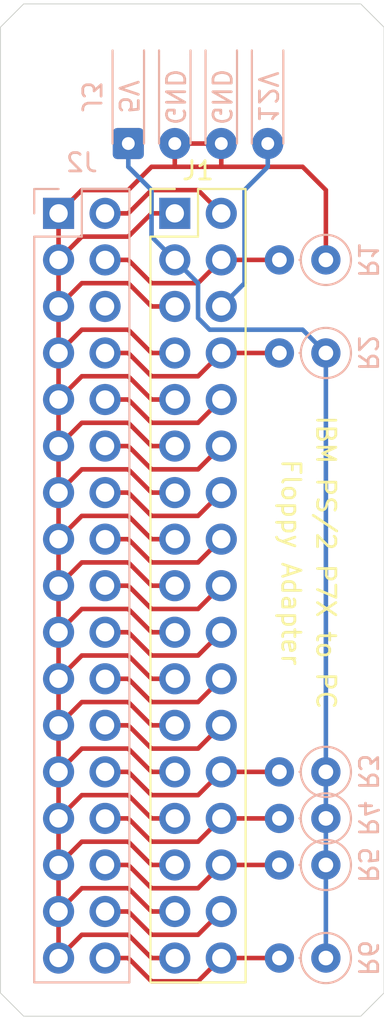
<source format=kicad_pcb>
(kicad_pcb (version 20171130) (host pcbnew 5.1.9)

  (general
    (thickness 1.6)
    (drawings 14)
    (tracks 160)
    (zones 0)
    (modules 9)
    (nets 21)
  )

  (page A4)
  (title_block
    (title "IBM PS/2 P7X to PC Floppy Adapter")
    (date 2021-03-06)
    (rev v02)
    (company "Malte Dehling")
  )

  (layers
    (0 F.Cu signal)
    (31 B.Cu signal)
    (32 B.Adhes user)
    (33 F.Adhes user)
    (34 B.Paste user)
    (35 F.Paste user)
    (36 B.SilkS user)
    (37 F.SilkS user)
    (38 B.Mask user)
    (39 F.Mask user)
    (40 Dwgs.User user)
    (41 Cmts.User user)
    (42 Eco1.User user)
    (43 Eco2.User user)
    (44 Edge.Cuts user)
    (45 Margin user)
    (46 B.CrtYd user)
    (47 F.CrtYd user)
    (48 B.Fab user)
    (49 F.Fab user)
  )

  (setup
    (last_trace_width 0.25)
    (trace_clearance 0.2)
    (zone_clearance 0.508)
    (zone_45_only no)
    (trace_min 0.2)
    (via_size 0.8)
    (via_drill 0.4)
    (via_min_size 0.4)
    (via_min_drill 0.3)
    (uvia_size 0.3)
    (uvia_drill 0.1)
    (uvias_allowed no)
    (uvia_min_size 0.2)
    (uvia_min_drill 0.1)
    (edge_width 0.05)
    (segment_width 0.2)
    (pcb_text_width 0.3)
    (pcb_text_size 1.5 1.5)
    (mod_edge_width 0.12)
    (mod_text_size 1 1)
    (mod_text_width 0.15)
    (pad_size 1.524 1.524)
    (pad_drill 0.762)
    (pad_to_mask_clearance 0)
    (aux_axis_origin 0 0)
    (visible_elements FFFFFF7F)
    (pcbplotparams
      (layerselection 0x010fc_ffffffff)
      (usegerberextensions false)
      (usegerberattributes true)
      (usegerberadvancedattributes true)
      (creategerberjobfile true)
      (excludeedgelayer true)
      (linewidth 0.100000)
      (plotframeref false)
      (viasonmask false)
      (mode 1)
      (useauxorigin false)
      (hpglpennumber 1)
      (hpglpenspeed 20)
      (hpglpendiameter 15.000000)
      (psnegative false)
      (psa4output false)
      (plotreference true)
      (plotvalue true)
      (plotinvisibletext false)
      (padsonsilk false)
      (subtractmaskfromsilk false)
      (outputformat 1)
      (mirror false)
      (drillshape 1)
      (scaleselection 1)
      (outputdirectory ""))
  )

  (net 0 "")
  (net 1 GND)
  (net 2 /HDSEL)
  (net 3 +5V)
  (net 4 /ID1)
  (net 5 +12V)
  (net 6 /INDEX)
  (net 7 /MOTEN_B)
  (net 8 /DSEL_A)
  (net 9 /DSEL_B)
  (net 10 /MOTEN_A)
  (net 11 /DIR)
  (net 12 /STEP)
  (net 13 /WDATA)
  (net 14 /WENABLE)
  (net 15 /TRACK0)
  (net 16 /WPROT)
  (net 17 /RDATA)
  (net 18 /H1SEL)
  (net 19 /DISKCHG)
  (net 20 "Net-(J2-Pad6)")

  (net_class Default "This is the default net class."
    (clearance 0.2)
    (trace_width 0.25)
    (via_dia 0.8)
    (via_drill 0.4)
    (uvia_dia 0.3)
    (uvia_drill 0.1)
    (add_net +12V)
    (add_net +5V)
    (add_net /DIR)
    (add_net /DISKCHG)
    (add_net /DSEL_A)
    (add_net /DSEL_B)
    (add_net /H1SEL)
    (add_net /HDSEL)
    (add_net /ID1)
    (add_net /INDEX)
    (add_net /MOTEN_A)
    (add_net /MOTEN_B)
    (add_net /RDATA)
    (add_net /STEP)
    (add_net /TRACK0)
    (add_net /WDATA)
    (add_net /WENABLE)
    (add_net /WPROT)
    (add_net GND)
    (add_net "Net-(J2-Pad6)")
  )

  (module Connector_PinHeader_2.54mm:PinHeader_2x17_P2.54mm_Vertical (layer F.Cu) (tedit 59FED5CC) (tstamp 6043FAED)
    (at 135.255 84.455)
    (descr "Through hole straight pin header, 2x17, 2.54mm pitch, double rows")
    (tags "Through hole pin header THT 2x17 2.54mm double row")
    (path /602920B2)
    (fp_text reference J1 (at 1.27 -2.33) (layer F.SilkS)
      (effects (font (size 1 1) (thickness 0.15)))
    )
    (fp_text value "P7X Side" (at 1.27 42.97) (layer F.Fab)
      (effects (font (size 1 1) (thickness 0.15)))
    )
    (fp_line (start 0 -1.27) (end 3.81 -1.27) (layer F.Fab) (width 0.1))
    (fp_line (start 3.81 -1.27) (end 3.81 41.91) (layer F.Fab) (width 0.1))
    (fp_line (start 3.81 41.91) (end -1.27 41.91) (layer F.Fab) (width 0.1))
    (fp_line (start -1.27 41.91) (end -1.27 0) (layer F.Fab) (width 0.1))
    (fp_line (start -1.27 0) (end 0 -1.27) (layer F.Fab) (width 0.1))
    (fp_line (start -1.33 41.97) (end 3.87 41.97) (layer F.SilkS) (width 0.12))
    (fp_line (start -1.33 1.27) (end -1.33 41.97) (layer F.SilkS) (width 0.12))
    (fp_line (start 3.87 -1.33) (end 3.87 41.97) (layer F.SilkS) (width 0.12))
    (fp_line (start -1.33 1.27) (end 1.27 1.27) (layer F.SilkS) (width 0.12))
    (fp_line (start 1.27 1.27) (end 1.27 -1.33) (layer F.SilkS) (width 0.12))
    (fp_line (start 1.27 -1.33) (end 3.87 -1.33) (layer F.SilkS) (width 0.12))
    (fp_line (start -1.33 0) (end -1.33 -1.33) (layer F.SilkS) (width 0.12))
    (fp_line (start -1.33 -1.33) (end 0 -1.33) (layer F.SilkS) (width 0.12))
    (fp_line (start -1.8 -1.8) (end -1.8 42.45) (layer F.CrtYd) (width 0.05))
    (fp_line (start -1.8 42.45) (end 4.35 42.45) (layer F.CrtYd) (width 0.05))
    (fp_line (start 4.35 42.45) (end 4.35 -1.8) (layer F.CrtYd) (width 0.05))
    (fp_line (start 4.35 -1.8) (end -1.8 -1.8) (layer F.CrtYd) (width 0.05))
    (fp_text user %R (at 1.27 20.32 90) (layer F.Fab)
      (effects (font (size 1 1) (thickness 0.15)))
    )
    (pad 34 thru_hole oval (at 2.54 40.64) (size 1.7 1.7) (drill 1) (layers *.Cu *.Mask)
      (net 19 /DISKCHG))
    (pad 33 thru_hole oval (at 0 40.64) (size 1.7 1.7) (drill 1) (layers *.Cu *.Mask)
      (net 1 GND))
    (pad 32 thru_hole oval (at 2.54 38.1) (size 1.7 1.7) (drill 1) (layers *.Cu *.Mask)
      (net 18 /H1SEL))
    (pad 31 thru_hole oval (at 0 38.1) (size 1.7 1.7) (drill 1) (layers *.Cu *.Mask)
      (net 1 GND))
    (pad 30 thru_hole oval (at 2.54 35.56) (size 1.7 1.7) (drill 1) (layers *.Cu *.Mask)
      (net 17 /RDATA))
    (pad 29 thru_hole oval (at 0 35.56) (size 1.7 1.7) (drill 1) (layers *.Cu *.Mask)
      (net 1 GND))
    (pad 28 thru_hole oval (at 2.54 33.02) (size 1.7 1.7) (drill 1) (layers *.Cu *.Mask)
      (net 16 /WPROT))
    (pad 27 thru_hole oval (at 0 33.02) (size 1.7 1.7) (drill 1) (layers *.Cu *.Mask)
      (net 1 GND))
    (pad 26 thru_hole oval (at 2.54 30.48) (size 1.7 1.7) (drill 1) (layers *.Cu *.Mask)
      (net 15 /TRACK0))
    (pad 25 thru_hole oval (at 0 30.48) (size 1.7 1.7) (drill 1) (layers *.Cu *.Mask)
      (net 1 GND))
    (pad 24 thru_hole oval (at 2.54 27.94) (size 1.7 1.7) (drill 1) (layers *.Cu *.Mask)
      (net 14 /WENABLE))
    (pad 23 thru_hole oval (at 0 27.94) (size 1.7 1.7) (drill 1) (layers *.Cu *.Mask)
      (net 1 GND))
    (pad 22 thru_hole oval (at 2.54 25.4) (size 1.7 1.7) (drill 1) (layers *.Cu *.Mask)
      (net 13 /WDATA))
    (pad 21 thru_hole oval (at 0 25.4) (size 1.7 1.7) (drill 1) (layers *.Cu *.Mask)
      (net 1 GND))
    (pad 20 thru_hole oval (at 2.54 22.86) (size 1.7 1.7) (drill 1) (layers *.Cu *.Mask)
      (net 12 /STEP))
    (pad 19 thru_hole oval (at 0 22.86) (size 1.7 1.7) (drill 1) (layers *.Cu *.Mask)
      (net 1 GND))
    (pad 18 thru_hole oval (at 2.54 20.32) (size 1.7 1.7) (drill 1) (layers *.Cu *.Mask)
      (net 11 /DIR))
    (pad 17 thru_hole oval (at 0 20.32) (size 1.7 1.7) (drill 1) (layers *.Cu *.Mask)
      (net 1 GND))
    (pad 16 thru_hole oval (at 2.54 17.78) (size 1.7 1.7) (drill 1) (layers *.Cu *.Mask)
      (net 10 /MOTEN_A))
    (pad 15 thru_hole oval (at 0 17.78) (size 1.7 1.7) (drill 1) (layers *.Cu *.Mask)
      (net 1 GND))
    (pad 14 thru_hole oval (at 2.54 15.24) (size 1.7 1.7) (drill 1) (layers *.Cu *.Mask)
      (net 9 /DSEL_B))
    (pad 13 thru_hole oval (at 0 15.24) (size 1.7 1.7) (drill 1) (layers *.Cu *.Mask)
      (net 1 GND))
    (pad 12 thru_hole oval (at 2.54 12.7) (size 1.7 1.7) (drill 1) (layers *.Cu *.Mask)
      (net 8 /DSEL_A))
    (pad 11 thru_hole oval (at 0 12.7) (size 1.7 1.7) (drill 1) (layers *.Cu *.Mask)
      (net 1 GND))
    (pad 10 thru_hole oval (at 2.54 10.16) (size 1.7 1.7) (drill 1) (layers *.Cu *.Mask)
      (net 7 /MOTEN_B))
    (pad 9 thru_hole oval (at 0 10.16) (size 1.7 1.7) (drill 1) (layers *.Cu *.Mask)
      (net 1 GND))
    (pad 8 thru_hole oval (at 2.54 7.62) (size 1.7 1.7) (drill 1) (layers *.Cu *.Mask)
      (net 6 /INDEX))
    (pad 7 thru_hole oval (at 0 7.62) (size 1.7 1.7) (drill 1) (layers *.Cu *.Mask)
      (net 1 GND))
    (pad 6 thru_hole oval (at 2.54 5.08) (size 1.7 1.7) (drill 1) (layers *.Cu *.Mask)
      (net 5 +12V))
    (pad 5 thru_hole oval (at 0 5.08) (size 1.7 1.7) (drill 1) (layers *.Cu *.Mask)
      (net 1 GND))
    (pad 4 thru_hole oval (at 2.54 2.54) (size 1.7 1.7) (drill 1) (layers *.Cu *.Mask)
      (net 4 /ID1))
    (pad 3 thru_hole oval (at 0 2.54) (size 1.7 1.7) (drill 1) (layers *.Cu *.Mask)
      (net 3 +5V))
    (pad 2 thru_hole oval (at 2.54 0) (size 1.7 1.7) (drill 1) (layers *.Cu *.Mask)
      (net 2 /HDSEL))
    (pad 1 thru_hole rect (at 0 0) (size 1.7 1.7) (drill 1) (layers *.Cu *.Mask)
      (net 1 GND))
    (model ${KISYS3DMOD}/Connector_PinHeader_2.54mm.3dshapes/PinHeader_2x17_P2.54mm_Vertical.wrl
      (at (xyz 0 0 0))
      (scale (xyz 1 1 1))
      (rotate (xyz 0 0 0))
    )
  )

  (module Resistor_THT:R_Axial_DIN0207_L6.3mm_D2.5mm_P2.54mm_Vertical (layer B.Cu) (tedit 5AE5139B) (tstamp 604433F4)
    (at 143.51 125.095 180)
    (descr "Resistor, Axial_DIN0207 series, Axial, Vertical, pin pitch=2.54mm, 0.25W = 1/4W, length*diameter=6.3*2.5mm^2, http://cdn-reichelt.de/documents/datenblatt/B400/1_4W%23YAG.pdf")
    (tags "Resistor Axial_DIN0207 series Axial Vertical pin pitch 2.54mm 0.25W = 1/4W length 6.3mm diameter 2.5mm")
    (path /6048DB0C)
    (fp_text reference R6 (at -2.286 0 270 unlocked) (layer B.SilkS)
      (effects (font (size 1 1) (thickness 0.15)) (justify mirror))
    )
    (fp_text value 1K (at 1.27 -2.37) (layer B.Fab)
      (effects (font (size 1 1) (thickness 0.15)) (justify mirror))
    )
    (fp_line (start 3.59 1.5) (end -1.5 1.5) (layer B.CrtYd) (width 0.05))
    (fp_line (start 3.59 -1.5) (end 3.59 1.5) (layer B.CrtYd) (width 0.05))
    (fp_line (start -1.5 -1.5) (end 3.59 -1.5) (layer B.CrtYd) (width 0.05))
    (fp_line (start -1.5 1.5) (end -1.5 -1.5) (layer B.CrtYd) (width 0.05))
    (fp_line (start 1.37 0) (end 1.44 0) (layer B.SilkS) (width 0.12))
    (fp_line (start 0 0) (end 2.54 0) (layer B.Fab) (width 0.1))
    (fp_circle (center 0 0) (end 1.37 0) (layer B.SilkS) (width 0.12))
    (fp_circle (center 0 0) (end 1.25 0) (layer B.Fab) (width 0.1))
    (fp_text user %R (at -2.286 0 270 unlocked) (layer B.Fab)
      (effects (font (size 1 1) (thickness 0.15)) (justify mirror))
    )
    (pad 2 thru_hole oval (at 2.54 0 180) (size 1.6 1.6) (drill 0.8) (layers *.Cu *.Mask)
      (net 19 /DISKCHG))
    (pad 1 thru_hole circle (at 0 0 180) (size 1.6 1.6) (drill 0.8) (layers *.Cu *.Mask)
      (net 3 +5V))
    (model ${KISYS3DMOD}/Resistor_THT.3dshapes/R_Axial_DIN0207_L6.3mm_D2.5mm_P2.54mm_Vertical.wrl
      (at (xyz 0 0 0))
      (scale (xyz 1 1 1))
      (rotate (xyz 0 0 0))
    )
  )

  (module Resistor_THT:R_Axial_DIN0207_L6.3mm_D2.5mm_P2.54mm_Vertical (layer B.Cu) (tedit 5AE5139B) (tstamp 604384AF)
    (at 143.51 92.075 180)
    (descr "Resistor, Axial_DIN0207 series, Axial, Vertical, pin pitch=2.54mm, 0.25W = 1/4W, length*diameter=6.3*2.5mm^2, http://cdn-reichelt.de/documents/datenblatt/B400/1_4W%23YAG.pdf")
    (tags "Resistor Axial_DIN0207 series Axial Vertical pin pitch 2.54mm 0.25W = 1/4W length 6.3mm diameter 2.5mm")
    (path /602ED89B)
    (fp_text reference R2 (at -2.286 0 270 unlocked) (layer B.SilkS)
      (effects (font (size 1 1) (thickness 0.15)) (justify mirror))
    )
    (fp_text value 1K (at 1.27 -2.37 180) (layer B.Fab)
      (effects (font (size 1 1) (thickness 0.15)) (justify mirror))
    )
    (fp_circle (center 0 0) (end 1.25 0) (layer B.Fab) (width 0.1))
    (fp_circle (center 0 0) (end 1.37 0) (layer B.SilkS) (width 0.12))
    (fp_line (start 0 0) (end 2.54 0) (layer B.Fab) (width 0.1))
    (fp_line (start 1.37 0) (end 1.44 0) (layer B.SilkS) (width 0.12))
    (fp_line (start -1.5 1.5) (end -1.5 -1.5) (layer B.CrtYd) (width 0.05))
    (fp_line (start -1.5 -1.5) (end 3.59 -1.5) (layer B.CrtYd) (width 0.05))
    (fp_line (start 3.59 -1.5) (end 3.59 1.5) (layer B.CrtYd) (width 0.05))
    (fp_line (start 3.59 1.5) (end -1.5 1.5) (layer B.CrtYd) (width 0.05))
    (fp_text user %R (at -2.286 0 270 unlocked) (layer B.Fab)
      (effects (font (size 1 1) (thickness 0.15)) (justify mirror))
    )
    (pad 2 thru_hole oval (at 2.54 0 180) (size 1.6 1.6) (drill 0.8) (layers *.Cu *.Mask)
      (net 6 /INDEX))
    (pad 1 thru_hole circle (at 0 0 180) (size 1.6 1.6) (drill 0.8) (layers *.Cu *.Mask)
      (net 3 +5V))
    (model ${KISYS3DMOD}/Resistor_THT.3dshapes/R_Axial_DIN0207_L6.3mm_D2.5mm_P2.54mm_Vertical.wrl
      (at (xyz 0 0 0))
      (scale (xyz 1 1 1))
      (rotate (xyz 0 0 0))
    )
  )

  (module Resistor_THT:R_Axial_DIN0207_L6.3mm_D2.5mm_P2.54mm_Vertical (layer B.Cu) (tedit 5AE5139B) (tstamp 6044DAC6)
    (at 143.51 86.995 180)
    (descr "Resistor, Axial_DIN0207 series, Axial, Vertical, pin pitch=2.54mm, 0.25W = 1/4W, length*diameter=6.3*2.5mm^2, http://cdn-reichelt.de/documents/datenblatt/B400/1_4W%23YAG.pdf")
    (tags "Resistor Axial_DIN0207 series Axial Vertical pin pitch 2.54mm 0.25W = 1/4W length 6.3mm diameter 2.5mm")
    (path /60322258)
    (fp_text reference R1 (at -2.286 0 270 unlocked) (layer B.SilkS)
      (effects (font (size 1 1) (thickness 0.15)) (justify mirror))
    )
    (fp_text value 1K (at 1.27 -2.37 180) (layer B.Fab)
      (effects (font (size 1 1) (thickness 0.15)) (justify mirror))
    )
    (fp_circle (center 0 0) (end 1.25 0) (layer B.Fab) (width 0.1))
    (fp_circle (center 0 0) (end 1.37 0) (layer B.SilkS) (width 0.12))
    (fp_line (start 0 0) (end 2.54 0) (layer B.Fab) (width 0.1))
    (fp_line (start 1.37 0) (end 1.44 0) (layer B.SilkS) (width 0.12))
    (fp_line (start -1.5 1.5) (end -1.5 -1.5) (layer B.CrtYd) (width 0.05))
    (fp_line (start -1.5 -1.5) (end 3.59 -1.5) (layer B.CrtYd) (width 0.05))
    (fp_line (start 3.59 -1.5) (end 3.59 1.5) (layer B.CrtYd) (width 0.05))
    (fp_line (start 3.59 1.5) (end -1.5 1.5) (layer B.CrtYd) (width 0.05))
    (fp_text user %R (at -2.286 0 270 unlocked) (layer B.Fab)
      (effects (font (size 1 1) (thickness 0.15)) (justify mirror))
    )
    (pad 2 thru_hole oval (at 2.54 0 180) (size 1.6 1.6) (drill 0.8) (layers *.Cu *.Mask)
      (net 4 /ID1))
    (pad 1 thru_hole circle (at 0 0 180) (size 1.6 1.6) (drill 0.8) (layers *.Cu *.Mask)
      (net 1 GND))
    (model ${KISYS3DMOD}/Resistor_THT.3dshapes/R_Axial_DIN0207_L6.3mm_D2.5mm_P2.54mm_Vertical.wrl
      (at (xyz 0 0 0))
      (scale (xyz 1 1 1))
      (rotate (xyz 0 0 0))
    )
  )

  (module Connector_PinSocket_2.54mm:PinSocket_2x17_P2.54mm_Vertical (layer B.Cu) (tedit 5A19A431) (tstamp 60443DAD)
    (at 128.905 84.455 180)
    (descr "Through hole straight socket strip, 2x17, 2.54mm pitch, double cols (from Kicad 4.0.7), script generated")
    (tags "Through hole socket strip THT 2x17 2.54mm double row")
    (path /6029FC5D)
    (fp_text reference J2 (at -1.27 2.77) (layer B.SilkS)
      (effects (font (size 1 1) (thickness 0.15)) (justify mirror))
    )
    (fp_text value "Drive Side" (at -1.27 -43.41) (layer B.Fab)
      (effects (font (size 1 1) (thickness 0.15)) (justify mirror))
    )
    (fp_line (start -4.34 -42.4) (end -4.34 1.8) (layer B.CrtYd) (width 0.05))
    (fp_line (start 1.76 -42.4) (end -4.34 -42.4) (layer B.CrtYd) (width 0.05))
    (fp_line (start 1.76 1.8) (end 1.76 -42.4) (layer B.CrtYd) (width 0.05))
    (fp_line (start -4.34 1.8) (end 1.76 1.8) (layer B.CrtYd) (width 0.05))
    (fp_line (start 0 1.33) (end 1.33 1.33) (layer B.SilkS) (width 0.12))
    (fp_line (start 1.33 1.33) (end 1.33 0) (layer B.SilkS) (width 0.12))
    (fp_line (start -1.27 1.33) (end -1.27 -1.27) (layer B.SilkS) (width 0.12))
    (fp_line (start -1.27 -1.27) (end 1.33 -1.27) (layer B.SilkS) (width 0.12))
    (fp_line (start 1.33 -1.27) (end 1.33 -41.97) (layer B.SilkS) (width 0.12))
    (fp_line (start -3.87 -41.97) (end 1.33 -41.97) (layer B.SilkS) (width 0.12))
    (fp_line (start -3.87 1.33) (end -3.87 -41.97) (layer B.SilkS) (width 0.12))
    (fp_line (start -3.87 1.33) (end -1.27 1.33) (layer B.SilkS) (width 0.12))
    (fp_line (start -3.81 -41.91) (end -3.81 1.27) (layer B.Fab) (width 0.1))
    (fp_line (start 1.27 -41.91) (end -3.81 -41.91) (layer B.Fab) (width 0.1))
    (fp_line (start 1.27 0.27) (end 1.27 -41.91) (layer B.Fab) (width 0.1))
    (fp_line (start 0.27 1.27) (end 1.27 0.27) (layer B.Fab) (width 0.1))
    (fp_line (start -3.81 1.27) (end 0.27 1.27) (layer B.Fab) (width 0.1))
    (fp_text user %R (at -1.27 -20.32 270) (layer B.Fab)
      (effects (font (size 1 1) (thickness 0.15)) (justify mirror))
    )
    (pad 1 thru_hole rect (at 0 0 180) (size 1.7 1.7) (drill 1) (layers *.Cu *.Mask)
      (net 1 GND))
    (pad 2 thru_hole oval (at -2.54 0 180) (size 1.7 1.7) (drill 1) (layers *.Cu *.Mask)
      (net 2 /HDSEL))
    (pad 3 thru_hole oval (at 0 -2.54 180) (size 1.7 1.7) (drill 1) (layers *.Cu *.Mask)
      (net 1 GND))
    (pad 4 thru_hole oval (at -2.54 -2.54 180) (size 1.7 1.7) (drill 1) (layers *.Cu *.Mask)
      (net 4 /ID1))
    (pad 5 thru_hole oval (at 0 -5.08 180) (size 1.7 1.7) (drill 1) (layers *.Cu *.Mask)
      (net 1 GND))
    (pad 6 thru_hole oval (at -2.54 -5.08 180) (size 1.7 1.7) (drill 1) (layers *.Cu *.Mask)
      (net 20 "Net-(J2-Pad6)"))
    (pad 7 thru_hole oval (at 0 -7.62 180) (size 1.7 1.7) (drill 1) (layers *.Cu *.Mask)
      (net 1 GND))
    (pad 8 thru_hole oval (at -2.54 -7.62 180) (size 1.7 1.7) (drill 1) (layers *.Cu *.Mask)
      (net 6 /INDEX))
    (pad 9 thru_hole oval (at 0 -10.16 180) (size 1.7 1.7) (drill 1) (layers *.Cu *.Mask)
      (net 1 GND))
    (pad 10 thru_hole oval (at -2.54 -10.16 180) (size 1.7 1.7) (drill 1) (layers *.Cu *.Mask)
      (net 7 /MOTEN_B))
    (pad 11 thru_hole oval (at 0 -12.7 180) (size 1.7 1.7) (drill 1) (layers *.Cu *.Mask)
      (net 1 GND))
    (pad 12 thru_hole oval (at -2.54 -12.7 180) (size 1.7 1.7) (drill 1) (layers *.Cu *.Mask)
      (net 8 /DSEL_A))
    (pad 13 thru_hole oval (at 0 -15.24 180) (size 1.7 1.7) (drill 1) (layers *.Cu *.Mask)
      (net 1 GND))
    (pad 14 thru_hole oval (at -2.54 -15.24 180) (size 1.7 1.7) (drill 1) (layers *.Cu *.Mask)
      (net 9 /DSEL_B))
    (pad 15 thru_hole oval (at 0 -17.78 180) (size 1.7 1.7) (drill 1) (layers *.Cu *.Mask)
      (net 1 GND))
    (pad 16 thru_hole oval (at -2.54 -17.78 180) (size 1.7 1.7) (drill 1) (layers *.Cu *.Mask)
      (net 10 /MOTEN_A))
    (pad 17 thru_hole oval (at 0 -20.32 180) (size 1.7 1.7) (drill 1) (layers *.Cu *.Mask)
      (net 1 GND))
    (pad 18 thru_hole oval (at -2.54 -20.32 180) (size 1.7 1.7) (drill 1) (layers *.Cu *.Mask)
      (net 11 /DIR))
    (pad 19 thru_hole oval (at 0 -22.86 180) (size 1.7 1.7) (drill 1) (layers *.Cu *.Mask)
      (net 1 GND))
    (pad 20 thru_hole oval (at -2.54 -22.86 180) (size 1.7 1.7) (drill 1) (layers *.Cu *.Mask)
      (net 12 /STEP))
    (pad 21 thru_hole oval (at 0 -25.4 180) (size 1.7 1.7) (drill 1) (layers *.Cu *.Mask)
      (net 1 GND))
    (pad 22 thru_hole oval (at -2.54 -25.4 180) (size 1.7 1.7) (drill 1) (layers *.Cu *.Mask)
      (net 13 /WDATA))
    (pad 23 thru_hole oval (at 0 -27.94 180) (size 1.7 1.7) (drill 1) (layers *.Cu *.Mask)
      (net 1 GND))
    (pad 24 thru_hole oval (at -2.54 -27.94 180) (size 1.7 1.7) (drill 1) (layers *.Cu *.Mask)
      (net 14 /WENABLE))
    (pad 25 thru_hole oval (at 0 -30.48 180) (size 1.7 1.7) (drill 1) (layers *.Cu *.Mask)
      (net 1 GND))
    (pad 26 thru_hole oval (at -2.54 -30.48 180) (size 1.7 1.7) (drill 1) (layers *.Cu *.Mask)
      (net 15 /TRACK0))
    (pad 27 thru_hole oval (at 0 -33.02 180) (size 1.7 1.7) (drill 1) (layers *.Cu *.Mask)
      (net 1 GND))
    (pad 28 thru_hole oval (at -2.54 -33.02 180) (size 1.7 1.7) (drill 1) (layers *.Cu *.Mask)
      (net 16 /WPROT))
    (pad 29 thru_hole oval (at 0 -35.56 180) (size 1.7 1.7) (drill 1) (layers *.Cu *.Mask)
      (net 1 GND))
    (pad 30 thru_hole oval (at -2.54 -35.56 180) (size 1.7 1.7) (drill 1) (layers *.Cu *.Mask)
      (net 17 /RDATA))
    (pad 31 thru_hole oval (at 0 -38.1 180) (size 1.7 1.7) (drill 1) (layers *.Cu *.Mask)
      (net 1 GND))
    (pad 32 thru_hole oval (at -2.54 -38.1 180) (size 1.7 1.7) (drill 1) (layers *.Cu *.Mask)
      (net 18 /H1SEL))
    (pad 33 thru_hole oval (at 0 -40.64 180) (size 1.7 1.7) (drill 1) (layers *.Cu *.Mask)
      (net 1 GND))
    (pad 34 thru_hole oval (at -2.54 -40.64 180) (size 1.7 1.7) (drill 1) (layers *.Cu *.Mask)
      (net 19 /DISKCHG))
    (model ${KISYS3DMOD}/Connector_PinSocket_2.54mm.3dshapes/PinSocket_2x17_P2.54mm_Vertical.wrl
      (at (xyz 0 0 0))
      (scale (xyz 1 1 1))
      (rotate (xyz 0 0 0))
    )
  )

  (module p7x-floppy-adapter:SolderWire-0.15sqmm_1x04_P2.54mm_D0.5mm_OD1.5mm_Relief (layer B.Cu) (tedit 6043BA49) (tstamp 607AE5EF)
    (at 132.715 80.645)
    (descr "Soldered wire connection with feed through strain relief, for 4 times 0.15 mm² wires, basic insulation, conductor diameter 0.5mm, outer diameter 1.5mm, size source Multi-Contact FLEXI-E 0.15 (https://ec.staubli.com/AcroFiles/Catalogues/TM_Cab-Main-11014119_(en)_hi.pdf), bend radius 3 times outer diameter, generated with kicad-footprint-generator")
    (tags "connector wire 0.15sqmm strain-relief")
    (path /6032E183)
    (attr virtual)
    (fp_text reference J3 (at -2.032 -2.54 270 unlocked) (layer B.SilkS)
      (effects (font (size 1 1) (thickness 0.15)) (justify mirror))
    )
    (fp_text value "Floppy Power" (at 3.81 -6.985 180) (layer B.Fab)
      (effects (font (size 1 1) (thickness 0.15)) (justify mirror))
    )
    (fp_line (start 6.35 -6.35) (end 6.35 1.27) (layer B.CrtYd) (width 0.12))
    (fp_line (start 3.81 1.27) (end 3.81 -6.35) (layer B.CrtYd) (width 0.12))
    (fp_line (start 1.27 -6.35) (end 1.27 1.27) (layer B.CrtYd) (width 0.12))
    (fp_line (start 8.89 -6.35) (end -1.27 -6.35) (layer B.CrtYd) (width 0.12))
    (fp_line (start 8.89 1.27) (end 8.89 -6.35) (layer B.CrtYd) (width 0.12))
    (fp_line (start -1.27 1.27) (end 8.89 1.27) (layer B.CrtYd) (width 0.12))
    (fp_line (start -1.27 -6.35) (end -1.27 1.27) (layer B.CrtYd) (width 0.12))
    (fp_line (start 6.35 -3.81) (end 6.35 -6.35) (layer F.CrtYd) (width 0.12))
    (fp_line (start 3.81 -6.35) (end 3.81 -3.81) (layer F.CrtYd) (width 0.12))
    (fp_line (start 1.27 -3.81) (end 1.27 -6.35) (layer F.CrtYd) (width 0.12))
    (fp_line (start 8.89 -3.81) (end -1.27 -3.81) (layer F.CrtYd) (width 0.12))
    (fp_line (start 8.89 -6.35) (end 8.89 -3.81) (layer F.CrtYd) (width 0.12))
    (fp_line (start -1.27 -6.35) (end 8.89 -6.35) (layer F.CrtYd) (width 0.12))
    (fp_line (start -1.27 -3.81) (end -1.27 -6.35) (layer F.CrtYd) (width 0.12))
    (fp_circle (center 0 0) (end 0.75 0) (layer B.Fab) (width 0.12))
    (fp_circle (center 0 -5.08) (end 0.75 -5.08) (layer B.Fab) (width 0.12))
    (fp_circle (center 2.54 0) (end 3.29 0) (layer B.Fab) (width 0.12))
    (fp_circle (center 2.54 -5.08) (end 3.29 -5.08) (layer B.Fab) (width 0.12))
    (fp_circle (center 5.08 0) (end 5.83 0) (layer B.Fab) (width 0.12))
    (fp_circle (center 5.08 -5.08) (end 5.83 -5.08) (layer B.Fab) (width 0.12))
    (fp_circle (center 7.61 0) (end 8.36 0) (layer B.Fab) (width 0.12))
    (fp_circle (center 7.62 -5.08) (end 8.37 -5.08) (layer B.Fab) (width 0.12))
    (fp_line (start -0.75 0) (end -0.75 -5.08) (layer B.Fab) (width 0.12))
    (fp_line (start 0.75 0) (end 0.75 -5.08) (layer B.Fab) (width 0.12))
    (fp_line (start 0.86 0) (end 0.86 -5.08) (layer B.SilkS) (width 0.12))
    (fp_line (start -0.86 0) (end -0.86 -5.08) (layer B.SilkS) (width 0.12))
    (fp_line (start 1.79 0) (end 1.79 -5.08) (layer B.Fab) (width 0.12))
    (fp_line (start 3.29 0) (end 3.29 -5.08) (layer B.Fab) (width 0.12))
    (fp_line (start 3.4 0) (end 3.4 -5.08) (layer B.SilkS) (width 0.12))
    (fp_line (start 1.68 0) (end 1.68 -5.08) (layer B.SilkS) (width 0.12))
    (fp_line (start 4.33 0) (end 4.33 -5.08) (layer B.Fab) (width 0.12))
    (fp_line (start 5.83 0) (end 5.83 -5.08) (layer B.Fab) (width 0.12))
    (fp_line (start 5.94 0) (end 5.94 -5.08) (layer B.SilkS) (width 0.12))
    (fp_line (start 4.22 0) (end 4.22 -5.08) (layer B.SilkS) (width 0.12))
    (fp_line (start 6.86 0) (end 6.86 -5.08) (layer B.Fab) (width 0.12))
    (fp_line (start 8.36 0) (end 8.36 -5.08) (layer B.Fab) (width 0.12))
    (fp_line (start 8.47 0) (end 8.47 -5.08) (layer B.SilkS) (width 0.12))
    (fp_line (start 6.75 0) (end 6.75 -5.08) (layer B.SilkS) (width 0.12))
    (fp_text user %R (at -2.032 -2.54 -90) (layer B.Fab)
      (effects (font (size 1 1) (thickness 0.15)) (justify mirror))
    )
    (pad "" np_thru_hole circle (at 7.62 -5.08) (size 1.5 1.5) (drill 1.5) (layers *.Cu *.Mask))
    (pad "" np_thru_hole circle (at 5.08 -5.08) (size 1.5 1.5) (drill 1.5) (layers *.Cu *.Mask))
    (pad "" np_thru_hole circle (at 2.54 -5.08) (size 1.5 1.5) (drill 1.5) (layers *.Cu *.Mask))
    (pad "" np_thru_hole circle (at 0 -5.08) (size 1.5 1.5) (drill 1.5) (layers *.Cu *.Mask))
    (pad 4 thru_hole circle (at 7.62 0) (size 1.7 1.7) (drill 0.7) (layers *.Cu *.Mask)
      (net 5 +12V))
    (pad 3 thru_hole circle (at 5.08 0) (size 1.7 1.7) (drill 0.7) (layers *.Cu *.Mask)
      (net 1 GND))
    (pad 2 thru_hole circle (at 2.54 0) (size 1.7 1.7) (drill 0.7) (layers *.Cu *.Mask)
      (net 1 GND))
    (pad 1 thru_hole roundrect (at 0 0) (size 1.7 1.7) (drill 0.7) (layers *.Cu *.Mask) (roundrect_rratio 0.147059)
      (net 3 +5V))
    (model ${KISYS3DMOD}/Connector_Wire.3dshapes/SolderWire-0.15sqmm_1x04_P4mm_D0.5mm_OD1.5mm_Relief.wrl
      (at (xyz 0 0 0))
      (scale (xyz 1 1 1))
      (rotate (xyz 0 0 0))
    )
  )

  (module Resistor_THT:R_Axial_DIN0207_L6.3mm_D2.5mm_P2.54mm_Vertical (layer B.Cu) (tedit 5AE5139B) (tstamp 604433C7)
    (at 143.51 114.935 180)
    (descr "Resistor, Axial_DIN0207 series, Axial, Vertical, pin pitch=2.54mm, 0.25W = 1/4W, length*diameter=6.3*2.5mm^2, http://cdn-reichelt.de/documents/datenblatt/B400/1_4W%23YAG.pdf")
    (tags "Resistor Axial_DIN0207 series Axial Vertical pin pitch 2.54mm 0.25W = 1/4W length 6.3mm diameter 2.5mm")
    (path /6048CB0A)
    (fp_text reference R3 (at -2.286 0 270 unlocked) (layer B.SilkS)
      (effects (font (size 1 1) (thickness 0.15)) (justify mirror))
    )
    (fp_text value 1K (at 1.27 -2.37) (layer B.Fab)
      (effects (font (size 1 1) (thickness 0.15)) (justify mirror))
    )
    (fp_circle (center 0 0) (end 1.25 0) (layer B.Fab) (width 0.1))
    (fp_circle (center 0 0) (end 1.37 0) (layer B.SilkS) (width 0.12))
    (fp_line (start 0 0) (end 2.54 0) (layer B.Fab) (width 0.1))
    (fp_line (start 1.37 0) (end 1.44 0) (layer B.SilkS) (width 0.12))
    (fp_line (start -1.5 1.5) (end -1.5 -1.5) (layer B.CrtYd) (width 0.05))
    (fp_line (start -1.5 -1.5) (end 3.59 -1.5) (layer B.CrtYd) (width 0.05))
    (fp_line (start 3.59 -1.5) (end 3.59 1.5) (layer B.CrtYd) (width 0.05))
    (fp_line (start 3.59 1.5) (end -1.5 1.5) (layer B.CrtYd) (width 0.05))
    (fp_text user %R (at -2.286 0 270 unlocked) (layer B.Fab)
      (effects (font (size 1 1) (thickness 0.15)) (justify mirror))
    )
    (pad 1 thru_hole circle (at 0 0 180) (size 1.6 1.6) (drill 0.8) (layers *.Cu *.Mask)
      (net 3 +5V))
    (pad 2 thru_hole oval (at 2.54 0 180) (size 1.6 1.6) (drill 0.8) (layers *.Cu *.Mask)
      (net 15 /TRACK0))
    (model ${KISYS3DMOD}/Resistor_THT.3dshapes/R_Axial_DIN0207_L6.3mm_D2.5mm_P2.54mm_Vertical.wrl
      (at (xyz 0 0 0))
      (scale (xyz 1 1 1))
      (rotate (xyz 0 0 0))
    )
  )

  (module Resistor_THT:R_Axial_DIN0207_L6.3mm_D2.5mm_P2.54mm_Vertical (layer B.Cu) (tedit 5AE5139B) (tstamp 6044D733)
    (at 143.51 117.475 180)
    (descr "Resistor, Axial_DIN0207 series, Axial, Vertical, pin pitch=2.54mm, 0.25W = 1/4W, length*diameter=6.3*2.5mm^2, http://cdn-reichelt.de/documents/datenblatt/B400/1_4W%23YAG.pdf")
    (tags "Resistor Axial_DIN0207 series Axial Vertical pin pitch 2.54mm 0.25W = 1/4W length 6.3mm diameter 2.5mm")
    (path /6048D34A)
    (fp_text reference R4 (at -2.286 0 270 unlocked) (layer B.SilkS)
      (effects (font (size 1 1) (thickness 0.15)) (justify mirror))
    )
    (fp_text value 1K (at 1.27 -2.37) (layer B.Fab)
      (effects (font (size 1 1) (thickness 0.15)) (justify mirror))
    )
    (fp_line (start 3.59 1.5) (end -1.5 1.5) (layer B.CrtYd) (width 0.05))
    (fp_line (start 3.59 -1.5) (end 3.59 1.5) (layer B.CrtYd) (width 0.05))
    (fp_line (start -1.5 -1.5) (end 3.59 -1.5) (layer B.CrtYd) (width 0.05))
    (fp_line (start -1.5 1.5) (end -1.5 -1.5) (layer B.CrtYd) (width 0.05))
    (fp_line (start 1.37 0) (end 1.44 0) (layer B.SilkS) (width 0.12))
    (fp_line (start 0 0) (end 2.54 0) (layer B.Fab) (width 0.1))
    (fp_circle (center 0 0) (end 1.37 0) (layer B.SilkS) (width 0.12))
    (fp_circle (center 0 0) (end 1.25 0) (layer B.Fab) (width 0.1))
    (fp_text user %R (at -2.286 0 270 unlocked) (layer B.Fab)
      (effects (font (size 1 1) (thickness 0.15)) (justify mirror))
    )
    (pad 2 thru_hole oval (at 2.54 0 180) (size 1.6 1.6) (drill 0.8) (layers *.Cu *.Mask)
      (net 16 /WPROT))
    (pad 1 thru_hole circle (at 0 0 180) (size 1.6 1.6) (drill 0.8) (layers *.Cu *.Mask)
      (net 3 +5V))
    (model ${KISYS3DMOD}/Resistor_THT.3dshapes/R_Axial_DIN0207_L6.3mm_D2.5mm_P2.54mm_Vertical.wrl
      (at (xyz 0 0 0))
      (scale (xyz 1 1 1))
      (rotate (xyz 0 0 0))
    )
  )

  (module Resistor_THT:R_Axial_DIN0207_L6.3mm_D2.5mm_P2.54mm_Vertical (layer B.Cu) (tedit 5AE5139B) (tstamp 6044D788)
    (at 143.51 120.015 180)
    (descr "Resistor, Axial_DIN0207 series, Axial, Vertical, pin pitch=2.54mm, 0.25W = 1/4W, length*diameter=6.3*2.5mm^2, http://cdn-reichelt.de/documents/datenblatt/B400/1_4W%23YAG.pdf")
    (tags "Resistor Axial_DIN0207 series Axial Vertical pin pitch 2.54mm 0.25W = 1/4W length 6.3mm diameter 2.5mm")
    (path /6048D80A)
    (fp_text reference R5 (at -2.286 0 270 unlocked) (layer B.SilkS)
      (effects (font (size 1 1) (thickness 0.15)) (justify mirror))
    )
    (fp_text value 1K (at 1.27 -2.37) (layer B.Fab)
      (effects (font (size 1 1) (thickness 0.15)) (justify mirror))
    )
    (fp_circle (center 0 0) (end 1.25 0) (layer B.Fab) (width 0.1))
    (fp_circle (center 0 0) (end 1.37 0) (layer B.SilkS) (width 0.12))
    (fp_line (start 0 0) (end 2.54 0) (layer B.Fab) (width 0.1))
    (fp_line (start 1.37 0) (end 1.44 0) (layer B.SilkS) (width 0.12))
    (fp_line (start -1.5 1.5) (end -1.5 -1.5) (layer B.CrtYd) (width 0.05))
    (fp_line (start -1.5 -1.5) (end 3.59 -1.5) (layer B.CrtYd) (width 0.05))
    (fp_line (start 3.59 -1.5) (end 3.59 1.5) (layer B.CrtYd) (width 0.05))
    (fp_line (start 3.59 1.5) (end -1.5 1.5) (layer B.CrtYd) (width 0.05))
    (fp_text user %R (at -2.286 0 270 unlocked) (layer B.Fab)
      (effects (font (size 1 1) (thickness 0.15)) (justify mirror))
    )
    (pad 1 thru_hole circle (at 0 0 180) (size 1.6 1.6) (drill 0.8) (layers *.Cu *.Mask)
      (net 3 +5V))
    (pad 2 thru_hole oval (at 2.54 0 180) (size 1.6 1.6) (drill 0.8) (layers *.Cu *.Mask)
      (net 17 /RDATA))
    (model ${KISYS3DMOD}/Resistor_THT.3dshapes/R_Axial_DIN0207_L6.3mm_D2.5mm_P2.54mm_Vertical.wrl
      (at (xyz 0 0 0))
      (scale (xyz 1 1 1))
      (rotate (xyz 0 0 0))
    )
  )

  (gr_line (start 145.415 73.025) (end 127 73.025) (layer Edge.Cuts) (width 0.05) (tstamp 6044CCEC))
  (gr_line (start 146.685 74.295) (end 145.415 73.025) (layer Edge.Cuts) (width 0.05))
  (gr_line (start 146.685 127) (end 146.685 74.295) (layer Edge.Cuts) (width 0.05))
  (gr_line (start 145.415 128.27) (end 146.685 127) (layer Edge.Cuts) (width 0.05))
  (gr_line (start 127 128.27) (end 145.415 128.27) (layer Edge.Cuts) (width 0.05))
  (gr_line (start 125.73 127) (end 127 128.27) (layer Edge.Cuts) (width 0.05))
  (gr_line (start 125.73 74.295) (end 125.73 127) (layer Edge.Cuts) (width 0.05))
  (gr_line (start 125.73 74.295) (end 127 73.025) (layer Edge.Cuts) (width 0.05))
  (gr_text 12V (at 140.335 78.105 -90) (layer B.SilkS)
    (effects (font (size 1 1) (thickness 0.15)) (justify mirror))
  )
  (gr_text GND (at 137.795 78.105 -90) (layer B.SilkS)
    (effects (font (size 1 1) (thickness 0.15)) (justify mirror))
  )
  (gr_text GND (at 135.255 78.105 -90) (layer B.SilkS)
    (effects (font (size 1 1) (thickness 0.15)) (justify mirror))
  )
  (gr_text 5V (at 132.715 78.105 -90) (layer B.SilkS)
    (effects (font (size 1 1) (thickness 0.15)) (justify mirror))
  )
  (gr_text "Floppy Adapter" (at 141.605 103.505 -90) (layer F.SilkS)
    (effects (font (size 1 1) (thickness 0.15)))
  )
  (gr_text "IBM PS/2 P7X to PC" (at 143.51 103.505 -90) (layer F.SilkS)
    (effects (font (size 1 1) (thickness 0.15)))
  )

  (segment (start 128.905 125.095) (end 130.175 123.825) (width 0.25) (layer F.Cu) (net 1))
  (segment (start 130.175 123.825) (end 132.715 123.825) (width 0.25) (layer F.Cu) (net 1))
  (segment (start 132.715 123.825) (end 133.985 125.095) (width 0.25) (layer F.Cu) (net 1))
  (segment (start 133.985 125.095) (end 135.255 125.095) (width 0.25) (layer F.Cu) (net 1))
  (segment (start 128.905 122.555) (end 130.175 121.285) (width 0.25) (layer F.Cu) (net 1))
  (segment (start 130.175 121.285) (end 132.715 121.285) (width 0.25) (layer F.Cu) (net 1))
  (segment (start 132.715 121.285) (end 133.985 122.555) (width 0.25) (layer F.Cu) (net 1))
  (segment (start 133.985 122.555) (end 135.255 122.555) (width 0.25) (layer F.Cu) (net 1))
  (segment (start 128.905 120.015) (end 130.175 118.745) (width 0.25) (layer F.Cu) (net 1))
  (segment (start 130.175 118.745) (end 132.715 118.745) (width 0.25) (layer F.Cu) (net 1))
  (segment (start 132.715 118.745) (end 133.985 120.015) (width 0.25) (layer F.Cu) (net 1))
  (segment (start 133.985 120.015) (end 135.255 120.015) (width 0.25) (layer F.Cu) (net 1))
  (segment (start 128.905 117.475) (end 130.175 116.205) (width 0.25) (layer F.Cu) (net 1))
  (segment (start 130.175 116.205) (end 132.715 116.205) (width 0.25) (layer F.Cu) (net 1))
  (segment (start 132.715 116.205) (end 133.985 117.475) (width 0.25) (layer F.Cu) (net 1))
  (segment (start 133.985 117.475) (end 135.255 117.475) (width 0.25) (layer F.Cu) (net 1))
  (segment (start 128.905 114.935) (end 130.175 113.665) (width 0.25) (layer F.Cu) (net 1))
  (segment (start 130.175 113.665) (end 132.715 113.665) (width 0.25) (layer F.Cu) (net 1))
  (segment (start 132.715 113.665) (end 133.985 114.935) (width 0.25) (layer F.Cu) (net 1))
  (segment (start 133.985 114.935) (end 135.255 114.935) (width 0.25) (layer F.Cu) (net 1))
  (segment (start 128.905 112.395) (end 130.175 111.125) (width 0.25) (layer F.Cu) (net 1))
  (segment (start 130.175 111.125) (end 132.715 111.125) (width 0.25) (layer F.Cu) (net 1))
  (segment (start 132.715 111.125) (end 133.985 112.395) (width 0.25) (layer F.Cu) (net 1))
  (segment (start 133.985 112.395) (end 135.255 112.395) (width 0.25) (layer F.Cu) (net 1))
  (segment (start 128.905 109.855) (end 130.175 108.585) (width 0.25) (layer F.Cu) (net 1))
  (segment (start 130.175 108.585) (end 132.715 108.585) (width 0.25) (layer F.Cu) (net 1))
  (segment (start 132.715 108.585) (end 133.985 109.855) (width 0.25) (layer F.Cu) (net 1))
  (segment (start 133.985 109.855) (end 135.255 109.855) (width 0.25) (layer F.Cu) (net 1))
  (segment (start 128.905 107.315) (end 130.175 106.045) (width 0.25) (layer F.Cu) (net 1))
  (segment (start 130.175 106.045) (end 132.715 106.045) (width 0.25) (layer F.Cu) (net 1))
  (segment (start 132.715 106.045) (end 133.985 107.315) (width 0.25) (layer F.Cu) (net 1))
  (segment (start 133.985 107.315) (end 135.255 107.315) (width 0.25) (layer F.Cu) (net 1))
  (segment (start 128.905 104.775) (end 130.175 103.505) (width 0.25) (layer F.Cu) (net 1))
  (segment (start 130.175 103.505) (end 132.715 103.505) (width 0.25) (layer F.Cu) (net 1))
  (segment (start 132.715 103.505) (end 133.985 104.775) (width 0.25) (layer F.Cu) (net 1))
  (segment (start 133.985 104.775) (end 135.255 104.775) (width 0.25) (layer F.Cu) (net 1))
  (segment (start 128.905 102.235) (end 130.175 100.965) (width 0.25) (layer F.Cu) (net 1))
  (segment (start 130.175 100.965) (end 132.715 100.965) (width 0.25) (layer F.Cu) (net 1))
  (segment (start 132.715 100.965) (end 133.985 102.235) (width 0.25) (layer F.Cu) (net 1))
  (segment (start 133.985 102.235) (end 135.255 102.235) (width 0.25) (layer F.Cu) (net 1))
  (segment (start 128.905 99.695) (end 130.175 98.425) (width 0.25) (layer F.Cu) (net 1))
  (segment (start 130.175 98.425) (end 132.715 98.425) (width 0.25) (layer F.Cu) (net 1))
  (segment (start 132.715 98.425) (end 133.985 99.695) (width 0.25) (layer F.Cu) (net 1))
  (segment (start 133.985 99.695) (end 135.255 99.695) (width 0.25) (layer F.Cu) (net 1))
  (segment (start 128.905 97.155) (end 130.175 95.885) (width 0.25) (layer F.Cu) (net 1))
  (segment (start 130.175 95.885) (end 132.715 95.885) (width 0.25) (layer F.Cu) (net 1))
  (segment (start 132.715 95.885) (end 133.985 97.155) (width 0.25) (layer F.Cu) (net 1))
  (segment (start 133.985 97.155) (end 135.255 97.155) (width 0.25) (layer F.Cu) (net 1))
  (segment (start 128.905 94.615) (end 130.175 93.345) (width 0.25) (layer F.Cu) (net 1))
  (segment (start 130.175 93.345) (end 132.715 93.345) (width 0.25) (layer F.Cu) (net 1))
  (segment (start 132.715 93.345) (end 133.985 94.615) (width 0.25) (layer F.Cu) (net 1))
  (segment (start 133.985 94.615) (end 135.255 94.615) (width 0.25) (layer F.Cu) (net 1))
  (segment (start 128.905 92.075) (end 130.175 90.805) (width 0.25) (layer F.Cu) (net 1))
  (segment (start 130.175 90.805) (end 132.715 90.805) (width 0.25) (layer F.Cu) (net 1))
  (segment (start 132.715 90.805) (end 133.985 92.075) (width 0.25) (layer F.Cu) (net 1))
  (segment (start 133.985 92.075) (end 135.255 92.075) (width 0.25) (layer F.Cu) (net 1))
  (segment (start 128.905 89.535) (end 130.175 88.265) (width 0.25) (layer F.Cu) (net 1))
  (segment (start 130.175 88.265) (end 132.715 88.265) (width 0.25) (layer F.Cu) (net 1))
  (segment (start 132.715 88.265) (end 133.985 89.535) (width 0.25) (layer F.Cu) (net 1))
  (segment (start 133.985 89.535) (end 135.255 89.535) (width 0.25) (layer F.Cu) (net 1))
  (segment (start 128.905 84.455) (end 128.905 125.095) (width 0.25) (layer F.Cu) (net 1))
  (segment (start 135.255 80.645) (end 137.795 80.645) (width 0.25) (layer F.Cu) (net 1))
  (segment (start 128.905 86.995) (end 130.175 85.725) (width 0.25) (layer F.Cu) (net 1))
  (segment (start 130.175 85.725) (end 132.715 85.725) (width 0.25) (layer F.Cu) (net 1))
  (segment (start 132.715 85.725) (end 133.985 84.455) (width 0.25) (layer F.Cu) (net 1))
  (segment (start 133.985 84.455) (end 135.255 84.455) (width 0.25) (layer F.Cu) (net 1))
  (segment (start 128.905 84.455) (end 130.175 83.185) (width 0.25) (layer F.Cu) (net 1))
  (segment (start 130.175 83.185) (end 132.715 83.185) (width 0.25) (layer F.Cu) (net 1))
  (segment (start 132.715 83.185) (end 133.985 81.915) (width 0.25) (layer F.Cu) (net 1))
  (segment (start 142.24 81.915) (end 143.51 83.185) (width 0.25) (layer F.Cu) (net 1))
  (segment (start 143.51 83.185) (end 143.51 86.995) (width 0.25) (layer F.Cu) (net 1))
  (segment (start 135.255 80.645) (end 135.255 81.915) (width 0.25) (layer F.Cu) (net 1))
  (segment (start 133.985 81.915) (end 135.255 81.915) (width 0.25) (layer F.Cu) (net 1))
  (segment (start 137.795 80.645) (end 137.795 81.915) (width 0.25) (layer F.Cu) (net 1))
  (segment (start 137.795 81.915) (end 142.24 81.915) (width 0.25) (layer F.Cu) (net 1))
  (segment (start 135.255 81.915) (end 137.795 81.915) (width 0.25) (layer F.Cu) (net 1))
  (segment (start 131.445 84.455) (end 132.715 84.455) (width 0.25) (layer F.Cu) (net 2))
  (segment (start 132.715 84.455) (end 133.985 83.185) (width 0.25) (layer F.Cu) (net 2))
  (segment (start 133.985 83.185) (end 136.525 83.185) (width 0.25) (layer F.Cu) (net 2))
  (segment (start 136.525 83.185) (end 137.795 84.455) (width 0.25) (layer F.Cu) (net 2))
  (segment (start 143.51 125.095) (end 143.51 92.075) (width 0.25) (layer B.Cu) (net 3))
  (segment (start 143.51 92.075) (end 142.24 90.805) (width 0.25) (layer B.Cu) (net 3))
  (segment (start 142.24 90.805) (end 137.16 90.805) (width 0.25) (layer B.Cu) (net 3))
  (segment (start 137.16 90.805) (end 136.525 90.17) (width 0.25) (layer B.Cu) (net 3))
  (segment (start 136.525 90.17) (end 136.525 88.265) (width 0.25) (layer B.Cu) (net 3))
  (segment (start 136.525 88.265) (end 135.255 86.995) (width 0.25) (layer B.Cu) (net 3))
  (segment (start 135.255 86.995) (end 133.985 85.725) (width 0.25) (layer B.Cu) (net 3))
  (segment (start 133.985 85.725) (end 133.985 83.185) (width 0.25) (layer B.Cu) (net 3))
  (segment (start 133.985 83.185) (end 132.715 81.915) (width 0.25) (layer B.Cu) (net 3))
  (segment (start 132.715 81.915) (end 132.715 80.645) (width 0.25) (layer B.Cu) (net 3))
  (segment (start 131.445 86.995) (end 132.715 86.995) (width 0.25) (layer F.Cu) (net 4))
  (segment (start 132.715 86.995) (end 133.985 88.265) (width 0.25) (layer F.Cu) (net 4))
  (segment (start 133.985 88.265) (end 136.525 88.265) (width 0.25) (layer F.Cu) (net 4))
  (segment (start 136.525 88.265) (end 137.795 86.995) (width 0.25) (layer F.Cu) (net 4))
  (segment (start 137.795 86.995) (end 140.97 86.995) (width 0.25) (layer F.Cu) (net 4))
  (segment (start 137.795 89.535) (end 139.065 88.265) (width 0.25) (layer B.Cu) (net 5))
  (segment (start 139.065 88.265) (end 139.065 83.185) (width 0.25) (layer B.Cu) (net 5))
  (segment (start 139.065 83.185) (end 140.335 81.915) (width 0.25) (layer B.Cu) (net 5))
  (segment (start 140.335 81.915) (end 140.335 80.645) (width 0.25) (layer B.Cu) (net 5))
  (segment (start 131.445 92.075) (end 132.715 92.075) (width 0.25) (layer F.Cu) (net 6))
  (segment (start 132.715 92.075) (end 133.985 93.345) (width 0.25) (layer F.Cu) (net 6))
  (segment (start 133.985 93.345) (end 136.525 93.345) (width 0.25) (layer F.Cu) (net 6))
  (segment (start 136.525 93.345) (end 137.795 92.075) (width 0.25) (layer F.Cu) (net 6))
  (segment (start 137.795 92.075) (end 140.97 92.075) (width 0.25) (layer F.Cu) (net 6))
  (segment (start 131.445 94.615) (end 132.715 94.615) (width 0.25) (layer F.Cu) (net 7))
  (segment (start 132.715 94.615) (end 133.985 95.885) (width 0.25) (layer F.Cu) (net 7))
  (segment (start 133.985 95.885) (end 136.525 95.885) (width 0.25) (layer F.Cu) (net 7))
  (segment (start 136.525 95.885) (end 137.795 94.615) (width 0.25) (layer F.Cu) (net 7))
  (segment (start 131.445 97.155) (end 132.715 97.155) (width 0.25) (layer F.Cu) (net 8))
  (segment (start 132.715 97.155) (end 133.985 98.425) (width 0.25) (layer F.Cu) (net 8))
  (segment (start 133.985 98.425) (end 136.525 98.425) (width 0.25) (layer F.Cu) (net 8))
  (segment (start 136.525 98.425) (end 137.795 97.155) (width 0.25) (layer F.Cu) (net 8))
  (segment (start 131.445 99.695) (end 132.715 99.695) (width 0.25) (layer F.Cu) (net 9))
  (segment (start 132.715 99.695) (end 133.985 100.965) (width 0.25) (layer F.Cu) (net 9))
  (segment (start 133.985 100.965) (end 136.525 100.965) (width 0.25) (layer F.Cu) (net 9))
  (segment (start 136.525 100.965) (end 137.795 99.695) (width 0.25) (layer F.Cu) (net 9))
  (segment (start 131.445 102.235) (end 132.715 102.235) (width 0.25) (layer F.Cu) (net 10))
  (segment (start 132.715 102.235) (end 133.985 103.505) (width 0.25) (layer F.Cu) (net 10))
  (segment (start 133.985 103.505) (end 136.525 103.505) (width 0.25) (layer F.Cu) (net 10))
  (segment (start 136.525 103.505) (end 137.795 102.235) (width 0.25) (layer F.Cu) (net 10))
  (segment (start 131.445 104.775) (end 132.715 104.775) (width 0.25) (layer F.Cu) (net 11))
  (segment (start 132.715 104.775) (end 133.985 106.045) (width 0.25) (layer F.Cu) (net 11))
  (segment (start 133.985 106.045) (end 136.525 106.045) (width 0.25) (layer F.Cu) (net 11))
  (segment (start 136.525 106.045) (end 137.795 104.775) (width 0.25) (layer F.Cu) (net 11))
  (segment (start 131.445 107.315) (end 132.715 107.315) (width 0.25) (layer F.Cu) (net 12))
  (segment (start 132.715 107.315) (end 133.985 108.585) (width 0.25) (layer F.Cu) (net 12))
  (segment (start 133.985 108.585) (end 136.525 108.585) (width 0.25) (layer F.Cu) (net 12))
  (segment (start 136.525 108.585) (end 137.795 107.315) (width 0.25) (layer F.Cu) (net 12))
  (segment (start 131.445 109.855) (end 132.715 109.855) (width 0.25) (layer F.Cu) (net 13))
  (segment (start 132.715 109.855) (end 133.985 111.125) (width 0.25) (layer F.Cu) (net 13))
  (segment (start 133.985 111.125) (end 136.525 111.125) (width 0.25) (layer F.Cu) (net 13))
  (segment (start 136.525 111.125) (end 137.795 109.855) (width 0.25) (layer F.Cu) (net 13))
  (segment (start 131.445 112.395) (end 132.715 112.395) (width 0.25) (layer F.Cu) (net 14))
  (segment (start 132.715 112.395) (end 133.985 113.665) (width 0.25) (layer F.Cu) (net 14))
  (segment (start 133.985 113.665) (end 136.525 113.665) (width 0.25) (layer F.Cu) (net 14))
  (segment (start 136.525 113.665) (end 137.795 112.395) (width 0.25) (layer F.Cu) (net 14))
  (segment (start 131.445 114.935) (end 132.715 114.935) (width 0.25) (layer F.Cu) (net 15))
  (segment (start 132.715 114.935) (end 133.985 116.205) (width 0.25) (layer F.Cu) (net 15))
  (segment (start 133.985 116.205) (end 136.525 116.205) (width 0.25) (layer F.Cu) (net 15))
  (segment (start 136.525 116.205) (end 137.795 114.935) (width 0.25) (layer F.Cu) (net 15))
  (segment (start 137.795 114.935) (end 140.97 114.935) (width 0.25) (layer F.Cu) (net 15))
  (segment (start 136.525 118.745) (end 137.795 117.475) (width 0.25) (layer F.Cu) (net 16))
  (segment (start 133.985 118.745) (end 136.525 118.745) (width 0.25) (layer F.Cu) (net 16))
  (segment (start 132.715 117.475) (end 133.985 118.745) (width 0.25) (layer F.Cu) (net 16))
  (segment (start 131.445 117.475) (end 132.715 117.475) (width 0.25) (layer F.Cu) (net 16))
  (segment (start 137.795 117.475) (end 140.97 117.475) (width 0.25) (layer F.Cu) (net 16))
  (segment (start 131.445 120.015) (end 132.715 120.015) (width 0.25) (layer F.Cu) (net 17))
  (segment (start 132.715 120.015) (end 133.985 121.285) (width 0.25) (layer F.Cu) (net 17))
  (segment (start 133.985 121.285) (end 136.525 121.285) (width 0.25) (layer F.Cu) (net 17))
  (segment (start 136.525 121.285) (end 137.795 120.015) (width 0.25) (layer F.Cu) (net 17))
  (segment (start 137.795 120.015) (end 140.97 120.015) (width 0.25) (layer F.Cu) (net 17))
  (segment (start 131.445 122.555) (end 132.715 122.555) (width 0.25) (layer F.Cu) (net 18))
  (segment (start 132.715 122.555) (end 133.985 123.825) (width 0.25) (layer F.Cu) (net 18))
  (segment (start 133.985 123.825) (end 136.525 123.825) (width 0.25) (layer F.Cu) (net 18))
  (segment (start 136.525 123.825) (end 137.795 122.555) (width 0.25) (layer F.Cu) (net 18))
  (segment (start 131.445 125.095) (end 132.715 125.095) (width 0.25) (layer F.Cu) (net 19))
  (segment (start 132.715 125.095) (end 133.985 126.365) (width 0.25) (layer F.Cu) (net 19))
  (segment (start 133.985 126.365) (end 136.525 126.365) (width 0.25) (layer F.Cu) (net 19))
  (segment (start 136.525 126.365) (end 137.795 125.095) (width 0.25) (layer F.Cu) (net 19))
  (segment (start 137.795 125.095) (end 140.97 125.095) (width 0.25) (layer F.Cu) (net 19))

)

</source>
